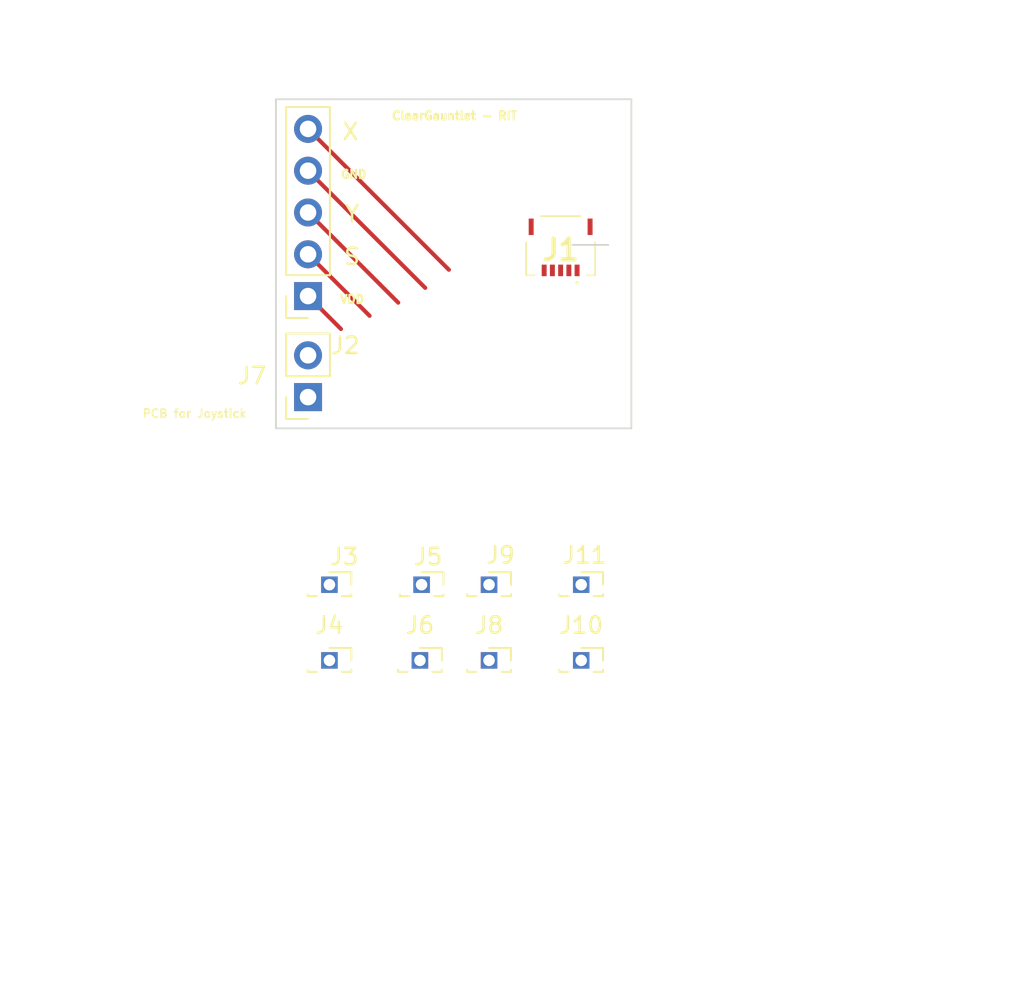
<source format=kicad_pcb>
(kicad_pcb (version 20211014) (generator pcbnew)
  (layers (0 "F.Cu" signal) (31 "B.Cu" signal) (34 "B.Paste" user) (35 "F.Paste" user) (36 "B.SilkS" user "B.Silkscreen") (37 "F.SilkS" user "F.Silkscreen") (38 "B.Mask" user) (39 "F.Mask" user) (44 "Edge.Cuts" user))
  (net 0 "")
  (net 1 "Net-(J1-Pad1)")
  (net 2 "Net-(J1-Pad2)")
  (net 3 "Net-(J1-Pad3)")
  (net 4 "Net-(J1-Pad5)")
  (net 5 "GND")
  (net 7 "Net-(J5-Pad1)")
  (net 8 "Net-(J11-Pad1)")
  (footprint "Connector_PinSocket_1.27mm:PinSocket_1x01_P1.27mm_Vertical" (layer "F.Cu") (at 137.7 116.7)
    (fp_text reference "J5" (at 0.4 -1.7) (layer "F.SilkS"))
    (fp_text value "Conn_01x01_Female")
    (fp_line (start 0.76 0.695) (end 1.33 0.695) (layer "F.SilkS") (width 0.12))
    (fp_line (start -1.33 0.575) (end -1.33 0.695) (layer "F.SilkS") (width 0.12))
    (fp_line (start 1.33 0.575) (end 1.33 0.695) (layer "F.SilkS") (width 0.12))
    (fp_line (start 1.33 -0.76) (end 1.33 0) (layer "F.SilkS") (width 0.12))
    (fp_line (start 0 -0.76) (end 1.33 -0.76) (layer "F.SilkS") (width 0.12))
    (fp_line (start -1.33 0.695) (end -0.76 0.695) (layer "F.SilkS") (width 0.12))
    (pad "1" thru_hole rect (at 0 0) (size 1 1) (drill 0.7) (layers *.Cu *.Mask) (net 7 "Net-(J5-Pad1)"))
  )
  (footprint "Connector_PinSocket_1.27mm:PinSocket_1x01_P1.27mm_Vertical" (layer "F.Cu") (at 132.1 116.7)
    (fp_text reference "J3" (at 0.9 -1.7) (layer "F.SilkS"))
    (fp_text value "Conn_01x01_Female")
    (fp_line (start 0.76 0.695) (end 1.33 0.695) (layer "F.SilkS") (width 0.12))
    (fp_line (start -1.33 0.575) (end -1.33 0.695) (layer "F.SilkS") (width 0.12))
    (fp_line (start -1.33 0.695) (end -0.76 0.695) (layer "F.SilkS") (width 0.12))
    (fp_line (start 1.33 -0.76) (end 1.33 0) (layer "F.SilkS") (width 0.12))
    (fp_line (start 0 -0.76) (end 1.33 -0.76) (layer "F.SilkS") (width 0.12))
    (fp_line (start 1.33 0.575) (end 1.33 0.695) (layer "F.SilkS") (width 0.12))
    (pad "1" thru_hole rect (at 0 0) (size 1 1) (drill 0.7) (layers *.Cu *.Mask))
  )
  (footprint "Connector_PinSocket_2.54mm:PinSocket_1x05_P2.54mm_Vertical" (layer "F.Cu") (at 130.8 99.16 180)
    (fp_text reference "J2" (at -2.275 -3) (layer "F.SilkS"))
    (fp_text value "Conn_01x05_Female")
    (fp_line (start 0 -1.33) (end 1.33 -1.33) (layer "F.SilkS") (width 0.12))
    (fp_line (start 1.33 -1.33) (end 1.33 0) (layer "F.SilkS") (width 0.12))
    (fp_line (start -1.33 11.49) (end 1.33 11.49) (layer "F.SilkS") (width 0.12))
    (fp_line (start -1.33 1.27) (end 1.33 1.27) (layer "F.SilkS") (width 0.12))
    (fp_line (start -1.33 1.27) (end -1.33 11.49) (layer "F.SilkS") (width 0.12))
    (fp_line (start 1.33 1.27) (end 1.33 11.49) (layer "F.SilkS") (width 0.12))
    (pad "1" thru_hole rect (at 0 0 180) (size 1.7 1.7) (drill 1) (layers *.Cu *.Mask) (net 1 "Net-(J1-Pad1)"))
    (pad "2" thru_hole oval (at 0 2.54 180) (size 1.7 1.7) (drill 1) (layers *.Cu *.Mask) (net 2 "Net-(J1-Pad2)"))
    (pad "3" thru_hole oval (at 0 5.08 180) (size 1.7 1.7) (drill 1) (layers *.Cu *.Mask) (net 3 "Net-(J1-Pad3)"))
    (pad "4" thru_hole oval (at 0 7.62 180) (size 1.7 1.7) (drill 1) (layers *.Cu *.Mask) (net 5 "GND"))
    (pad "5" thru_hole oval (at 0 10.16 180) (size 1.7 1.7) (drill 1) (layers *.Cu *.Mask) (net 4 "Net-(J1-Pad5)"))
  )
  (footprint "Connector_PinSocket_1.27mm:PinSocket_1x01_P1.27mm_Vertical" (layer "F.Cu") (at 141.8 116.7)
    (fp_text reference "J9" (at 0.7 -1.8) (layer "F.SilkS"))
    (fp_text value "Conn_01x01_Female")
    (fp_line (start 1.33 0.575) (end 1.33 0.695) (layer "F.SilkS") (width 0.12))
    (fp_line (start -1.33 0.695) (end -0.76 0.695) (layer "F.SilkS") (width 0.12))
    (fp_line (start 0.76 0.695) (end 1.33 0.695) (layer "F.SilkS") (width 0.12))
    (fp_line (start -1.33 0.575) (end -1.33 0.695) (layer "F.SilkS") (width 0.12))
    (fp_line (start 1.33 -0.76) (end 1.33 0) (layer "F.SilkS") (width 0.12))
    (fp_line (start 0 -0.76) (end 1.33 -0.76) (layer "F.SilkS") (width 0.12))
    (pad "1" thru_hole rect (at 0 0) (size 1 1) (drill 0.7) (layers *.Cu *.Mask))
  )
  (footprint "Connector_PinSocket_1.27mm:PinSocket_1x01_P1.27mm_Vertical" (layer "F.Cu") (at 132.1 121.3)
    (fp_text reference "J4" (at 0 -2.135) (layer "F.SilkS"))
    (fp_text value "Conn_01x01_Female")
    (fp_line (start 1.33 0.575) (end 1.33 0.695) (layer "F.SilkS") (width 0.12))
    (fp_line (start 0.76 0.695) (end 1.33 0.695) (layer "F.SilkS") (width 0.12))
    (fp_line (start 0 -0.76) (end 1.33 -0.76) (layer "F.SilkS") (width 0.12))
    (fp_line (start 1.33 -0.76) (end 1.33 0) (layer "F.SilkS") (width 0.12))
    (fp_line (start -1.33 0.575) (end -1.33 0.695) (layer "F.SilkS") (width 0.12))
    (fp_line (start -1.33 0.695) (end -0.76 0.695) (layer "F.SilkS") (width 0.12))
    (pad "1" thru_hole rect (at 0 0) (size 1 1) (drill 0.7) (layers *.Cu *.Mask) (net 1 "Net-(J1-Pad1)"))
  )
  (footprint "Connector_PinSocket_1.27mm:PinSocket_1x01_P1.27mm_Vertical" (layer "F.Cu") (at 137.6 121.3)
    (fp_text reference "J6" (at 0 -2.135) (layer "F.SilkS"))
    (fp_text value "Conn_01x01_Female")
    (fp_line (start -1.33 0.695) (end -0.76 0.695) (layer "F.SilkS") (width 0.12))
    (fp_line (start 1.33 0.575) (end 1.33 0.695) (layer "F.SilkS") (width 0.12))
    (fp_line (start 0.76 0.695) (end 1.33 0.695) (layer "F.SilkS") (width 0.12))
    (fp_line (start 1.33 -0.76) (end 1.33 0) (layer "F.SilkS") (width 0.12))
    (fp_line (start -1.33 0.575) (end -1.33 0.695) (layer "F.SilkS") (width 0.12))
    (fp_line (start 0 -0.76) (end 1.33 -0.76) (layer "F.SilkS") (width 0.12))
    (pad "1" thru_hole rect (at 0 0) (size 1 1) (drill 0.7) (layers *.Cu *.Mask) (net 5 "GND"))
  )
  (footprint "FFC_FPC:5034800540" (layer "F.Cu") (at 146.15 96.1 180)
    (fp_text reference "J1" (at 0 -0.25) (layer "F.SilkS") (effects (font (size 1.27 1.27) (thickness 0.254))))
    (fp_text value "Conn_01x05_Male" hide)
    (fp_line (start -1.2 1.8) (end 1.2 1.8) (layer "F.SilkS") (width 0.1))
    (fp_line (start -1 -2.3) (end -1 -2.3) (layer "F.SilkS") (width 0.1))
    (fp_line (start 2.1 -1.8) (end 1.6 -1.8) (layer "F.SilkS") (width 0.1))
    (fp_line (start 2.1 0.2) (end 2.1 -1.8) (layer "F.SilkS") (width 0.1))
    (fp_line (start -2.1 0.2) (end -2.1 -1.8) (layer "F.SilkS") (width 0.1))
    (fp_line (start -1 -2.2) (end -1 -2.2) (layer "F.SilkS") (width 0.1))
    (fp_line (start -2.1 -1.8) (end -1.6 -1.8) (layer "F.SilkS") (width 0.1))
    (fp_arc (start -1 -2.3) (mid -0.95 -2.25) (end -1 -2.2) (layer "F.SilkS") (width 0.1))
    (fp_arc (start -1 -2.2) (mid -1.05 -2.25) (end -1 -2.3) (layer "F.SilkS") (width 0.1))
    (pad "1" smd rect (at -1 -1.5 180) (size 0.3 0.7) (layers "F.Cu" "F.Paste" "F.Mask") (net 1 "Net-(J1-Pad1)"))
    (pad "2" smd rect (at -0.5 -1.5 180) (size 0.3 0.7) (layers "F.Cu" "F.Paste" "F.Mask") (net 2 "Net-(J1-Pad2)"))
    (pad "3" smd rect (at 0 -1.5 180) (size 0.3 0.7) (layers "F.Cu" "F.Paste" "F.Mask") (net 3 "Net-(J1-Pad3)"))
    (pad "4" smd rect (at 0.5 -1.5 180) (size 0.3 0.7) (layers "F.Cu" "F.Paste" "F.Mask") (net 5 "GND"))
    (pad "5" smd rect (at 1 -1.5 180) (size 0.3 0.7) (layers "F.Cu" "F.Paste" "F.Mask") (net 4 "Net-(J1-Pad5)"))
    (pad "MP1" smd rect (at -1.79 1.15 180) (size 0.3 1) (layers "F.Cu" "F.Paste" "F.Mask"))
    (pad "MP2" smd rect (at 1.79 1.15 180) (size 0.3 1) (layers "F.Cu" "F.Paste" "F.Mask"))
  )
  (footprint "Connector_PinSocket_2.54mm:PinSocket_1x02_P2.54mm_Vertical" (layer "F.Cu") (at 130.8 105.3 180)
    (fp_text reference "J7" (at 3.4 1.3) (layer "F.SilkS"))
    (fp_text value "Conn_01x02_Female")
    (fp_line (start -1.33 3.87) (end 1.33 3.87) (layer "F.SilkS") (width 0.12))
    (fp_line (start 1.33 1.27) (end 1.33 3.87) (layer "F.SilkS") (width 0.12))
    (fp_line (start 0 -1.33) (end 1.33 -1.33) (layer "F.SilkS") (width 0.12))
    (fp_line (start 1.33 -1.33) (end 1.33 0) (layer "F.SilkS") (width 0.12))
    (fp_line (start -1.33 1.27) (end -1.33 3.87) (layer "F.SilkS") (width 0.12))
    (fp_line (start -1.33 1.27) (end 1.33 1.27) (layer "F.SilkS") (width 0.12))
    (pad "1" thru_hole rect (at 0 0 180) (size 1.7 1.7) (drill 1) (layers *.Cu *.Mask) (net 7 "Net-(J5-Pad1)"))
    (pad "2" thru_hole oval (at 0 2.54 180) (size 1.7 1.7) (drill 1) (layers *.Cu *.Mask) (net 8 "Net-(J11-Pad1)"))
  )
  (footprint "Connector_PinSocket_1.27mm:PinSocket_1x01_P1.27mm_Vertical" (layer "F.Cu") (at 141.8 121.3)
    (fp_text reference "J8" (at 0 -2.135) (layer "F.SilkS"))
    (fp_text value "Conn_01x01_Female")
    (fp_line (start 0.76 0.695) (end 1.33 0.695) (layer "F.SilkS") (width 0.12))
    (fp_line (start 1.33 -0.76) (end 1.33 0) (layer "F.SilkS") (width 0.12))
    (fp_line (start 0 -0.76) (end 1.33 -0.76) (layer "F.SilkS") (width 0.12))
    (fp_line (start -1.33 0.575) (end -1.33 0.695) (layer "F.SilkS") (width 0.12))
    (fp_line (start 1.33 0.575) (end 1.33 0.695) (layer "F.SilkS") (width 0.12))
    (fp_line (start -1.33 0.695) (end -0.76 0.695) (layer "F.SilkS") (width 0.12))
    (pad "1" thru_hole rect (at 0 0) (size 1 1) (drill 0.7) (layers *.Cu *.Mask) (net 1 "Net-(J1-Pad1)"))
  )
  (footprint "Connector_PinSocket_1.27mm:PinSocket_1x01_P1.27mm_Vertical" (layer "F.Cu") (at 147.4 121.3)
    (fp_text reference "J10" (at 0 -2.135) (layer "F.SilkS"))
    (fp_text value "Conn_01x01_Female")
    (fp_line (start -1.33 0.575) (end -1.33 0.695) (layer "F.SilkS") (width 0.12))
    (fp_line (start 1.33 0.575) (end 1.33 0.695) (layer "F.SilkS") (width 0.12))
    (fp_line (start 0.76 0.695) (end 1.33 0.695) (layer "F.SilkS") (width 0.12))
    (fp_line (start 1.33 -0.76) (end 1.33 0) (layer "F.SilkS") (width 0.12))
    (fp_line (start -1.33 0.695) (end -0.76 0.695) (layer "F.SilkS") (width 0.12))
    (fp_line (start 0 -0.76) (end 1.33 -0.76) (layer "F.SilkS") (width 0.12))
    (pad "1" thru_hole rect (at 0 0) (size 1 1) (drill 0.7) (layers *.Cu *.Mask) (net 5 "GND"))
  )
  (footprint "Connector_PinSocket_1.27mm:PinSocket_1x01_P1.27mm_Vertical" (layer "F.Cu") (at 147.4 116.7)
    (fp_text reference "J11" (at 0.2 -1.8) (layer "F.SilkS"))
    (fp_text value "Conn_01x01_Female")
    (fp_line (start 1.33 -0.76) (end 1.33 0) (layer "F.SilkS") (width 0.12))
    (fp_line (start -1.33 0.695) (end -0.76 0.695) (layer "F.SilkS") (width 0.12))
    (fp_line (start 0.76 0.695) (end 1.33 0.695) (layer "F.SilkS") (width 0.12))
    (fp_line (start 1.33 0.575) (end 1.33 0.695) (layer "F.SilkS") (width 0.12))
    (fp_line (start 0 -0.76) (end 1.33 -0.76) (layer "F.SilkS") (width 0.12))
    (fp_line (start -1.33 0.575) (end -1.33 0.695) (layer "F.SilkS") (width 0.12))
    (pad "1" thru_hole rect (at 0 0) (size 1 1) (drill 0.7) (layers *.Cu *.Mask) (net 8 "Net-(J11-Pad1)"))
  )
  (gr_line (start 128.85 87.3) (end 128.85 87.25) (layer "Edge.Cuts") (width 0.1))
  (gr_line (start 149.05 96.05) (end 146.85 96.05) (layer "Edge.Cuts") (width 0.1))
  (gr_line (start 150.45 107.2) (end 149.65 107.2) (layer "Edge.Cuts") (width 0.1))
  (gr_line (start 150.45 87.2) (end 150.45 107.2) (layer "Edge.Cuts") (width 0.1))
  (gr_line (start 128.85 107.2) (end 128.85 87.3) (layer "Edge.Cuts") (width 0.1))
  (gr_line (start 149.65 107.2) (end 128.85 107.2) (layer "Edge.Cuts") (width 0.1))
  (gr_line (start 150.45 87.2) (end 128.85 87.2) (layer "Edge.Cuts") (width 0.1))
  (gr_line (start 128.85 87.2) (end 128.85 87.25) (layer "Edge.Cuts") (width 0.1))
  (gr_text "GND" (at 133.575 91.76) (layer "F.SilkS") (effects (font (size 0.5 0.5) (thickness 0.125))))
  (gr_text "ClearGauntlet - RIT" (at 139.7 88.2) (layer "F.SilkS") (effects (font (size 0.5 0.5) (thickness 0.125))))
  (gr_text "VDD" (at 133.475 99.36) (layer "F.SilkS") (effects (font (size 0.5 0.5) (thickness 0.125))))
  (gr_text "PCB for Joystick" (at 123.9 106.3) (layer "F.SilkS") (effects (font (size 0.5 0.5) (thickness 0.1))))
  (gr_text "S" (at 133.475 96.76) (layer "F.SilkS") (effects (font (size 1 1))))
  (gr_text "X" (at 133.375 89.16) (layer "F.SilkS") (effects (font (size 1 1))))
  (gr_text "Y" (at 133.475 94.16) (layer "F.SilkS") (effects (font (size 1 1))))
  (segment (start 130.8 99.16) (end 132.8 101.16) (width 0.25) (layer "F.Cu") (net 1))
  (segment (start 134.54 100.36) (end 130.8 96.62) (width 0.25) (layer "F.Cu") (net 2))
  (segment (start 136.28 99.56) (end 130.8 94.08) (width 0.25) (layer "F.Cu") (net 3))
  (segment (start 139.36 97.56) (end 130.8 89) (width 0.25) (layer "F.Cu") (net 4))
  (segment (start 137.92 98.66) (end 130.8 91.54) (width 0.25) (layer "F.Cu") (net 5))
)
</source>
